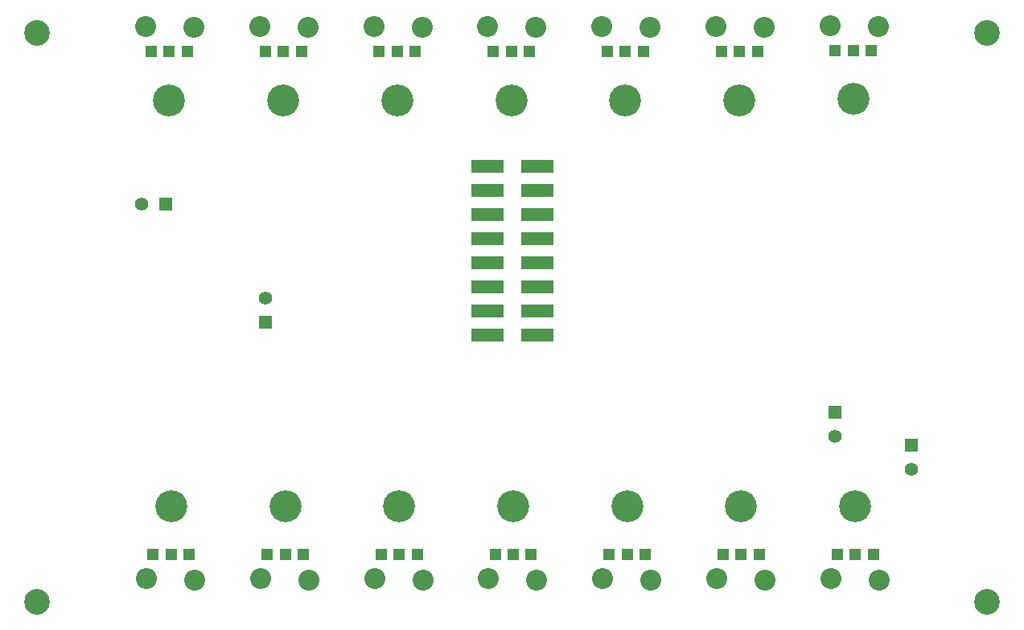
<source format=gts>
G04*
G04 #@! TF.GenerationSoftware,Altium Limited,Altium Designer,21.1.1 (26)*
G04*
G04 Layer_Color=8388736*
%FSLAX25Y25*%
%MOIN*%
G70*
G04*
G04 #@! TF.SameCoordinates,037F275B-A6FD-482A-AA4E-5CA96C5587D5*
G04*
G04*
G04 #@! TF.FilePolarity,Negative*
G04*
G01*
G75*
%ADD14R,0.13300X0.05288*%
%ADD15R,0.05524X0.05524*%
%ADD16C,0.05524*%
%ADD17C,0.08674*%
%ADD18R,0.04737X0.04737*%
%ADD19C,0.13202*%
%ADD20R,0.05524X0.05524*%
%ADD21C,0.10642*%
D14*
X344892Y248465D02*
D03*
X324400D02*
D03*
X344892Y258465D02*
D03*
X324400D02*
D03*
X344892Y268465D02*
D03*
X324400D02*
D03*
X344892Y278465D02*
D03*
X324400D02*
D03*
X344892Y288465D02*
D03*
X324400D02*
D03*
X344892Y298465D02*
D03*
X324400D02*
D03*
X344892Y308465D02*
D03*
X324400D02*
D03*
X344892Y318465D02*
D03*
X324400D02*
D03*
D15*
X468504Y216535D02*
D03*
X232283Y253780D02*
D03*
X500000Y202913D02*
D03*
D16*
X468504Y206535D02*
D03*
X232283Y263779D02*
D03*
X181000Y303000D02*
D03*
X500000Y192913D02*
D03*
D17*
X438976Y376142D02*
D03*
X418976Y376673D02*
D03*
X230000D02*
D03*
X250000Y376142D02*
D03*
X486535Y146949D02*
D03*
X466535Y147480D02*
D03*
X182756Y376673D02*
D03*
X202756Y376142D02*
D03*
X183071Y147480D02*
D03*
X203071Y146949D02*
D03*
X250315D02*
D03*
X230315Y147480D02*
D03*
X277559D02*
D03*
X297559Y146949D02*
D03*
X324803Y147480D02*
D03*
X344803Y146949D02*
D03*
X372047Y147480D02*
D03*
X392047Y146949D02*
D03*
X419291Y147480D02*
D03*
X439291Y146949D02*
D03*
X297244Y376142D02*
D03*
X277244Y376673D02*
D03*
X344488Y376142D02*
D03*
X324488Y376673D02*
D03*
X371732D02*
D03*
X391732Y376142D02*
D03*
X466221Y377067D02*
D03*
X486221Y376535D02*
D03*
D18*
X428740Y366142D02*
D03*
X436221D02*
D03*
X421260D02*
D03*
X239764D02*
D03*
X247244D02*
D03*
X232283D02*
D03*
X476772Y157480D02*
D03*
X469291D02*
D03*
X484252D02*
D03*
X200000Y366142D02*
D03*
X192520D02*
D03*
X185039D02*
D03*
X437008Y157480D02*
D03*
X422047D02*
D03*
X389764D02*
D03*
X374803D02*
D03*
X342520D02*
D03*
X327559D02*
D03*
X295276D02*
D03*
X280315D02*
D03*
X248031D02*
D03*
X233071D02*
D03*
X200787D02*
D03*
X185827D02*
D03*
X468504Y366535D02*
D03*
X483465D02*
D03*
X374016Y366142D02*
D03*
X388976D02*
D03*
X326772D02*
D03*
X341732D02*
D03*
X279528D02*
D03*
X294488D02*
D03*
X193307Y157480D02*
D03*
X240551D02*
D03*
X287795D02*
D03*
X335039D02*
D03*
X382283D02*
D03*
X429528D02*
D03*
X287008Y366142D02*
D03*
X334252D02*
D03*
X381496D02*
D03*
X475984Y366535D02*
D03*
D19*
X428740Y346063D02*
D03*
X239764D02*
D03*
X476772Y177559D02*
D03*
X192520Y346063D02*
D03*
X193307Y177559D02*
D03*
X240551D02*
D03*
X287795D02*
D03*
X335039D02*
D03*
X382283D02*
D03*
X429528D02*
D03*
X287008Y346063D02*
D03*
X334252D02*
D03*
X381496D02*
D03*
X475984Y346457D02*
D03*
D20*
X191000Y303000D02*
D03*
D21*
X137795Y137795D02*
D03*
X531496D02*
D03*
Y374016D02*
D03*
X137795D02*
D03*
M02*

</source>
